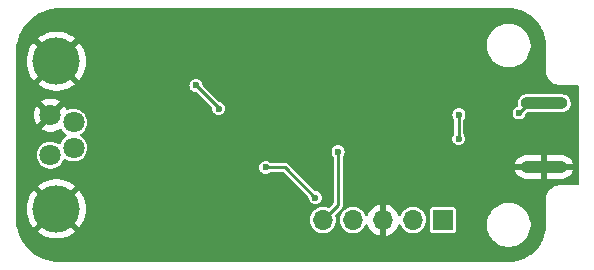
<source format=gbr>
%TF.GenerationSoftware,KiCad,Pcbnew,8.0.8*%
%TF.CreationDate,2025-02-03T14:21:18+01:00*%
%TF.ProjectId,TTS,5454532e-6b69-4636-9164-5f7063625858,rev?*%
%TF.SameCoordinates,PX2255100PY2ebae40*%
%TF.FileFunction,Copper,L2,Bot*%
%TF.FilePolarity,Positive*%
%FSLAX46Y46*%
G04 Gerber Fmt 4.6, Leading zero omitted, Abs format (unit mm)*
G04 Created by KiCad (PCBNEW 8.0.8) date 2025-02-03 14:21:18*
%MOMM*%
%LPD*%
G01*
G04 APERTURE LIST*
%TA.AperFunction,ComponentPad*%
%ADD10R,1.700000X1.700000*%
%TD*%
%TA.AperFunction,ComponentPad*%
%ADD11O,1.700000X1.700000*%
%TD*%
%TA.AperFunction,ComponentPad*%
%ADD12C,1.800000*%
%TD*%
%TA.AperFunction,ComponentPad*%
%ADD13C,4.000000*%
%TD*%
%TA.AperFunction,SMDPad,CuDef*%
%ADD14O,4.000000X1.000000*%
%TD*%
%TA.AperFunction,ViaPad*%
%ADD15C,0.600000*%
%TD*%
%TA.AperFunction,Conductor*%
%ADD16C,0.250000*%
%TD*%
G04 APERTURE END LIST*
D10*
%TO.P,J2,1,Pin_1*%
%TO.N,+3.3V*%
X135440000Y810000D03*
D11*
%TO.P,J2,2,Pin_2*%
%TO.N,SWCLK*%
X132900000Y810000D03*
%TO.P,J2,3,Pin_3*%
%TO.N,GND*%
X130360001Y810000D03*
%TO.P,J2,4,Pin_4*%
%TO.N,SWDIO*%
X127820000Y810000D03*
%TO.P,J2,5,Pin_5*%
%TO.N,NRST*%
X125280000Y810000D03*
%TD*%
D12*
%TO.P,J1,1,Pin_1*%
%TO.N,Net-(D4-A)*%
X102200000Y6300000D03*
%TO.P,J1,2,Pin_2*%
%TO.N,CAN_H*%
X104150000Y6925000D03*
%TO.P,J1,3,Pin_3*%
%TO.N,GND*%
X102200000Y9700000D03*
%TO.P,J1,4,Pin_4*%
%TO.N,CAN_L*%
X104150000Y9075000D03*
D13*
%TO.P,J1,5*%
%TO.N,GND*%
X102700000Y14250000D03*
X102700000Y1750000D03*
%TD*%
D14*
%TO.P,U2,3,GND*%
%TO.N,GND*%
X144000000Y5300000D03*
%TO.P,U2,4,SDA*%
%TO.N,/I2C_SDA*%
X144000000Y10700000D03*
%TD*%
D15*
%TO.N,+3.3V*%
X136770000Y7690000D03*
X136780000Y9730000D03*
%TO.N,GND*%
X108020000Y-390000D03*
X133785000Y14730000D03*
X121595000Y15550000D03*
X107660000Y9250000D03*
X126950000Y16010000D03*
X135225000Y14680000D03*
X119830000Y-120000D03*
X139760000Y6680000D03*
X122299883Y1117039D03*
X112130000Y5690000D03*
X124945000Y14800000D03*
X107930000Y8360000D03*
X114580000Y16770000D03*
X132295000Y14750000D03*
X120190000Y2100000D03*
X105390000Y15470000D03*
X108480000Y14590000D03*
X129600000Y13673526D03*
X121690000Y7900000D03*
X111020000Y-180000D03*
X124925000Y15575000D03*
X117410000Y7590000D03*
X121600000Y1130000D03*
X137840000Y7090000D03*
X109680000Y3220000D03*
X128728359Y16398359D03*
X122020000Y6260000D03*
X134750000Y15750000D03*
X113509382Y10960000D03*
X130470000Y10050000D03*
X136100000Y10790000D03*
%TO.N,+5V*%
X114520000Y12220000D03*
X116450000Y10240000D03*
%TO.N,/I2C_SDA*%
X141880000Y9880000D03*
%TO.N,NRST*%
X126550000Y6610000D03*
%TO.N,/CAN_Rx*%
X124624644Y2694861D03*
X120430000Y5270000D03*
%TD*%
D16*
%TO.N,+3.3V*%
X136780000Y7700000D02*
X136780000Y9730000D01*
X136770000Y7690000D02*
X136780000Y7700000D01*
%TO.N,+5V*%
X114520000Y12220000D02*
X116450000Y10290000D01*
X116450000Y10290000D02*
X116450000Y10240000D01*
%TO.N,/I2C_SDA*%
X142700000Y10700000D02*
X144000000Y10700000D01*
X141880000Y9880000D02*
X142700000Y10700000D01*
%TO.N,NRST*%
X126550000Y2080000D02*
X125280000Y810000D01*
X126550000Y6610000D02*
X126550000Y2080000D01*
%TO.N,/CAN_Rx*%
X124624644Y2694861D02*
X122049505Y5270000D01*
X122049505Y5270000D02*
X120430000Y5270000D01*
%TD*%
%TA.AperFunction,Conductor*%
%TO.N,GND*%
G36*
X140944968Y18749492D02*
G01*
X140955872Y18749494D01*
X140955874Y18749493D01*
X140996818Y18749500D01*
X141003270Y18749332D01*
X141321800Y18732695D01*
X141334675Y18731344D01*
X141646507Y18682012D01*
X141659201Y18679315D01*
X141964134Y18597666D01*
X141976479Y18593658D01*
X142271218Y18480578D01*
X142283076Y18475301D01*
X142334035Y18449348D01*
X142564387Y18332029D01*
X142575612Y18325551D01*
X142655722Y18273547D01*
X142840402Y18153661D01*
X142850902Y18146036D01*
X143096276Y17947407D01*
X143105915Y17938732D01*
X143329189Y17715536D01*
X143337870Y17705898D01*
X143536579Y17460601D01*
X143544209Y17450104D01*
X143716191Y17185374D01*
X143722676Y17174148D01*
X143766590Y17088000D01*
X143866047Y16892890D01*
X143871328Y16881034D01*
X143984510Y16586341D01*
X143988523Y16573998D01*
X144070282Y16269085D01*
X144072983Y16256390D01*
X144122422Y15944602D01*
X144123781Y15931694D01*
X144138077Y15659828D01*
X144140578Y15612284D01*
X144140749Y15605772D01*
X144140749Y13551413D01*
X144140703Y13551260D01*
X144140695Y13401656D01*
X144171440Y13207389D01*
X144232174Y13020317D01*
X144321410Y12845030D01*
X144436949Y12685850D01*
X144575941Y12546696D01*
X144575944Y12546694D01*
X144734987Y12430973D01*
X144866726Y12363713D01*
X144910161Y12341537D01*
X144910171Y12341533D01*
X145070065Y12289417D01*
X145097167Y12280583D01*
X145291401Y12249610D01*
X145291466Y12249610D01*
X145327768Y12249571D01*
X145328463Y12249501D01*
X145389766Y12249501D01*
X145433914Y12249450D01*
X145444301Y12249438D01*
X145445028Y12249501D01*
X146825500Y12249501D01*
X146892539Y12229816D01*
X146938294Y12177012D01*
X146949500Y12125501D01*
X146949500Y3874501D01*
X146929815Y3807462D01*
X146877011Y3761707D01*
X146825500Y3750501D01*
X145445022Y3750501D01*
X145444307Y3750564D01*
X145389743Y3750501D01*
X145328849Y3750501D01*
X145327641Y3750383D01*
X145291408Y3750343D01*
X145291404Y3750343D01*
X145097177Y3719371D01*
X145097174Y3719370D01*
X144910189Y3658423D01*
X144910181Y3658419D01*
X144735009Y3568985D01*
X144575971Y3453267D01*
X144436986Y3314121D01*
X144321449Y3154942D01*
X144232223Y2979676D01*
X144232220Y2979667D01*
X144171487Y2792603D01*
X144140743Y2598343D01*
X144140749Y2500002D01*
X144140749Y393307D01*
X144140578Y386795D01*
X144123830Y68302D01*
X144122471Y55394D01*
X144073031Y-256398D01*
X144070330Y-269093D01*
X143988570Y-574010D01*
X143984557Y-586353D01*
X143871373Y-881052D01*
X143866092Y-892908D01*
X143722723Y-1174164D01*
X143716231Y-1185404D01*
X143544247Y-1450133D01*
X143536616Y-1460632D01*
X143337907Y-1705929D01*
X143329221Y-1715573D01*
X143105952Y-1938763D01*
X143096305Y-1947446D01*
X142850933Y-2146072D01*
X142840431Y-2153699D01*
X142575645Y-2325587D01*
X142564403Y-2332075D01*
X142283096Y-2475345D01*
X142271238Y-2480622D01*
X141976492Y-2593705D01*
X141964147Y-2597713D01*
X141659214Y-2679362D01*
X141646518Y-2682059D01*
X141334697Y-2731390D01*
X141321789Y-2732744D01*
X141004262Y-2749328D01*
X140997775Y-2749497D01*
X140945480Y-2749489D01*
X140945374Y-2749498D01*
X103003049Y-2749498D01*
X102996965Y-2749349D01*
X102638567Y-2731743D01*
X102626456Y-2730550D01*
X102274532Y-2678347D01*
X102262597Y-2675973D01*
X101917481Y-2589526D01*
X101905837Y-2585994D01*
X101570858Y-2466136D01*
X101559629Y-2461485D01*
X101420744Y-2395797D01*
X101237995Y-2309364D01*
X101227272Y-2303631D01*
X100922118Y-2120729D01*
X100912000Y-2113969D01*
X100626230Y-1902028D01*
X100616824Y-1894308D01*
X100422650Y-1718319D01*
X100353209Y-1655381D01*
X100344618Y-1646790D01*
X100105691Y-1383175D01*
X100097971Y-1373769D01*
X100015987Y-1263226D01*
X99886028Y-1087996D01*
X99879270Y-1077881D01*
X99829153Y-994266D01*
X99696363Y-772720D01*
X99690639Y-762012D01*
X99538511Y-440363D01*
X99533867Y-429151D01*
X99414000Y-94147D01*
X99410473Y-82518D01*
X99407834Y-71981D01*
X99324023Y262611D01*
X99321652Y274533D01*
X99321032Y278712D01*
X99269448Y626459D01*
X99268256Y638569D01*
X99250649Y996968D01*
X99250500Y1003052D01*
X99250500Y1750006D01*
X100195057Y1750006D01*
X100195057Y1749995D01*
X100214807Y1436058D01*
X100214808Y1436051D01*
X100273755Y1127042D01*
X100370963Y827868D01*
X100370965Y827863D01*
X100504900Y543239D01*
X100504903Y543233D01*
X100673452Y277641D01*
X100764286Y167842D01*
X101477339Y880896D01*
X101555864Y772816D01*
X101722816Y605864D01*
X101830893Y527342D01*
X101114972Y-188579D01*
X101357780Y-364990D01*
X101357790Y-364996D01*
X101633447Y-516540D01*
X101633455Y-516544D01*
X101925926Y-632340D01*
X102230620Y-710573D01*
X102230629Y-710575D01*
X102542701Y-749999D01*
X102542715Y-750000D01*
X102857285Y-750000D01*
X102857298Y-749999D01*
X103169370Y-710575D01*
X103169379Y-710573D01*
X103474073Y-632340D01*
X103766544Y-516544D01*
X103766552Y-516540D01*
X104042203Y-365000D01*
X104042214Y-364993D01*
X104285025Y-188579D01*
X104285026Y-188579D01*
X103569105Y527341D01*
X103677184Y605864D01*
X103844136Y772816D01*
X103922659Y880895D01*
X104635712Y167842D01*
X104726544Y277636D01*
X104895096Y543233D01*
X104895099Y543239D01*
X105020629Y810001D01*
X124174785Y810001D01*
X124174785Y810000D01*
X124193602Y606918D01*
X124249417Y410753D01*
X124249422Y410740D01*
X124340327Y228179D01*
X124463237Y65419D01*
X124613958Y-71980D01*
X124613960Y-71982D01*
X124713141Y-133392D01*
X124787363Y-179348D01*
X124977544Y-253024D01*
X125178024Y-290500D01*
X125178026Y-290500D01*
X125381974Y-290500D01*
X125381976Y-290500D01*
X125582456Y-253024D01*
X125772637Y-179348D01*
X125946041Y-71981D01*
X126096764Y65421D01*
X126219673Y228179D01*
X126310582Y410750D01*
X126366397Y606917D01*
X126385215Y810000D01*
X126385215Y810001D01*
X126714785Y810001D01*
X126714785Y810000D01*
X126733602Y606918D01*
X126789417Y410753D01*
X126789422Y410740D01*
X126880327Y228179D01*
X127003237Y65419D01*
X127153958Y-71980D01*
X127153960Y-71982D01*
X127253141Y-133392D01*
X127327363Y-179348D01*
X127517544Y-253024D01*
X127718024Y-290500D01*
X127718026Y-290500D01*
X127921974Y-290500D01*
X127921976Y-290500D01*
X128122456Y-253024D01*
X128312637Y-179348D01*
X128486041Y-71981D01*
X128636764Y65421D01*
X128759673Y228179D01*
X128846818Y403192D01*
X128894319Y454426D01*
X128961982Y471848D01*
X129028322Y449923D01*
X129072278Y395612D01*
X129077591Y380014D01*
X129086566Y346520D01*
X129086571Y346508D01*
X129186400Y132422D01*
X129321895Y-61082D01*
X129488918Y-228105D01*
X129682422Y-363600D01*
X129896508Y-463429D01*
X129896517Y-463433D01*
X130110001Y-520634D01*
X130110001Y376988D01*
X130167008Y344075D01*
X130294175Y310000D01*
X130425827Y310000D01*
X130552994Y344075D01*
X130610001Y376988D01*
X130610001Y-520633D01*
X130823484Y-463433D01*
X130823493Y-463429D01*
X131037579Y-363600D01*
X131231083Y-228105D01*
X131398106Y-61082D01*
X131533601Y132422D01*
X131633430Y346508D01*
X131633435Y346519D01*
X131642408Y380008D01*
X131678772Y439669D01*
X131741618Y470199D01*
X131810994Y461905D01*
X131864872Y417421D01*
X131873183Y403188D01*
X131960327Y228179D01*
X132083237Y65419D01*
X132233958Y-71980D01*
X132233960Y-71982D01*
X132333141Y-133392D01*
X132407363Y-179348D01*
X132597544Y-253024D01*
X132798024Y-290500D01*
X132798026Y-290500D01*
X133001974Y-290500D01*
X133001976Y-290500D01*
X133202456Y-253024D01*
X133392637Y-179348D01*
X133566041Y-71981D01*
X133716764Y65421D01*
X133839673Y228179D01*
X133930582Y410750D01*
X133986397Y606917D01*
X134005215Y810000D01*
X133999115Y875826D01*
X133986397Y1013083D01*
X133977552Y1044170D01*
X133930582Y1209250D01*
X133930159Y1210099D01*
X133839673Y1391820D01*
X133839673Y1391821D01*
X133716764Y1554579D01*
X133716762Y1554582D01*
X133574051Y1684679D01*
X134339500Y1684679D01*
X134339500Y-64678D01*
X134354032Y-137735D01*
X134354033Y-137739D01*
X134354034Y-137740D01*
X134409399Y-220601D01*
X134481974Y-269093D01*
X134492260Y-275966D01*
X134492264Y-275967D01*
X134565321Y-290499D01*
X134565324Y-290500D01*
X134565326Y-290500D01*
X136314676Y-290500D01*
X136314677Y-290499D01*
X136387740Y-275966D01*
X136470601Y-220601D01*
X136525966Y-137740D01*
X136540500Y-64674D01*
X136540500Y521289D01*
X139149500Y521289D01*
X139149500Y278712D01*
X139181161Y38215D01*
X139243947Y-196104D01*
X139313905Y-364996D01*
X139336776Y-420212D01*
X139458064Y-630289D01*
X139458066Y-630292D01*
X139458067Y-630293D01*
X139605733Y-822736D01*
X139605739Y-822743D01*
X139777256Y-994260D01*
X139777262Y-994265D01*
X139969711Y-1141936D01*
X140179788Y-1263224D01*
X140403900Y-1356054D01*
X140638211Y-1418838D01*
X140818586Y-1442584D01*
X140878711Y-1450500D01*
X140878712Y-1450500D01*
X141121289Y-1450500D01*
X141169388Y-1444167D01*
X141361789Y-1418838D01*
X141596100Y-1356054D01*
X141820212Y-1263224D01*
X142030289Y-1141936D01*
X142222738Y-994265D01*
X142394265Y-822738D01*
X142541936Y-630289D01*
X142663224Y-420212D01*
X142756054Y-196100D01*
X142818838Y38211D01*
X142850500Y278712D01*
X142850500Y521288D01*
X142818838Y761789D01*
X142756054Y996100D01*
X142755694Y996968D01*
X142683989Y1170081D01*
X142663224Y1220212D01*
X142541936Y1430289D01*
X142394265Y1622738D01*
X142394260Y1622744D01*
X142222743Y1794261D01*
X142222736Y1794267D01*
X142030293Y1941933D01*
X142030292Y1941934D01*
X142030289Y1941936D01*
X141820212Y2063224D01*
X141818476Y2063943D01*
X141596104Y2156053D01*
X141379848Y2213999D01*
X141361789Y2218838D01*
X141361788Y2218839D01*
X141361785Y2218839D01*
X141121289Y2250500D01*
X141121288Y2250500D01*
X140878712Y2250500D01*
X140878711Y2250500D01*
X140638214Y2218839D01*
X140403895Y2156053D01*
X140179794Y2063227D01*
X140179785Y2063223D01*
X139969706Y1941933D01*
X139777263Y1794267D01*
X139777256Y1794261D01*
X139605739Y1622744D01*
X139605733Y1622737D01*
X139458067Y1430294D01*
X139336777Y1220215D01*
X139336773Y1220206D01*
X139243947Y996105D01*
X139181161Y761786D01*
X139149500Y521289D01*
X136540500Y521289D01*
X136540500Y1684674D01*
X136540500Y1684677D01*
X136540499Y1684679D01*
X136525967Y1757736D01*
X136525966Y1757740D01*
X136470601Y1840601D01*
X136387740Y1895966D01*
X136387739Y1895967D01*
X136387735Y1895968D01*
X136314677Y1910500D01*
X136314674Y1910500D01*
X134565326Y1910500D01*
X134565323Y1910500D01*
X134492264Y1895968D01*
X134492260Y1895967D01*
X134409399Y1840601D01*
X134354033Y1757740D01*
X134354032Y1757736D01*
X134339500Y1684679D01*
X133574051Y1684679D01*
X133566041Y1691981D01*
X133566039Y1691983D01*
X133392642Y1799345D01*
X133392635Y1799349D01*
X133266769Y1848109D01*
X133202456Y1873024D01*
X133001976Y1910500D01*
X132798024Y1910500D01*
X132597544Y1873024D01*
X132597541Y1873024D01*
X132597541Y1873023D01*
X132407364Y1799349D01*
X132407357Y1799345D01*
X132233960Y1691983D01*
X132233958Y1691981D01*
X132083237Y1554582D01*
X131960327Y1391822D01*
X131873183Y1216813D01*
X131825680Y1165576D01*
X131758017Y1148155D01*
X131691677Y1170081D01*
X131647722Y1224392D01*
X131642408Y1239993D01*
X131633435Y1273482D01*
X131633430Y1273493D01*
X131533601Y1487578D01*
X131533600Y1487580D01*
X131398114Y1681074D01*
X131398109Y1681080D01*
X131231083Y1848106D01*
X131037579Y1983601D01*
X130823493Y2083430D01*
X130823487Y2083433D01*
X130610001Y2140636D01*
X130610001Y1243012D01*
X130552994Y1275925D01*
X130425827Y1310000D01*
X130294175Y1310000D01*
X130167008Y1275925D01*
X130110001Y1243012D01*
X130110001Y2140636D01*
X130110000Y2140636D01*
X129896514Y2083433D01*
X129896508Y2083430D01*
X129682423Y1983601D01*
X129682421Y1983600D01*
X129488927Y1848114D01*
X129488921Y1848109D01*
X129321892Y1681080D01*
X129321887Y1681074D01*
X129186401Y1487580D01*
X129186400Y1487578D01*
X129086571Y1273493D01*
X129086567Y1273483D01*
X129077591Y1239986D01*
X129041225Y1180327D01*
X128978377Y1149799D01*
X128909001Y1158096D01*
X128855125Y1202583D01*
X128846817Y1216812D01*
X128759673Y1391820D01*
X128759673Y1391821D01*
X128636764Y1554579D01*
X128636762Y1554582D01*
X128486041Y1691981D01*
X128486039Y1691983D01*
X128312642Y1799345D01*
X128312635Y1799349D01*
X128186769Y1848109D01*
X128122456Y1873024D01*
X127921976Y1910500D01*
X127718024Y1910500D01*
X127517544Y1873024D01*
X127517541Y1873024D01*
X127517541Y1873023D01*
X127327364Y1799349D01*
X127327357Y1799345D01*
X127153960Y1691983D01*
X127153958Y1691981D01*
X127003237Y1554582D01*
X126880327Y1391822D01*
X126789422Y1209261D01*
X126789417Y1209248D01*
X126733602Y1013083D01*
X126714785Y810001D01*
X126385215Y810001D01*
X126379115Y875826D01*
X126366397Y1013083D01*
X126327497Y1149799D01*
X126310582Y1209250D01*
X126310581Y1209252D01*
X126309013Y1214763D01*
X126310994Y1215327D01*
X126305902Y1275826D01*
X126338614Y1337565D01*
X126339622Y1338587D01*
X126850474Y1849437D01*
X126864092Y1873024D01*
X126899910Y1935062D01*
X126925500Y2030565D01*
X126925500Y5050000D01*
X141530138Y5050000D01*
X141538430Y5008310D01*
X141538430Y5008308D01*
X141613807Y4826329D01*
X141613814Y4826316D01*
X141723248Y4662538D01*
X141723251Y4662534D01*
X141862533Y4523252D01*
X141862537Y4523249D01*
X142026315Y4413815D01*
X142026328Y4413808D01*
X142208306Y4338431D01*
X142208318Y4338428D01*
X142401504Y4300001D01*
X142401508Y4300000D01*
X143750000Y4300000D01*
X144250000Y4300000D01*
X145598492Y4300000D01*
X145598495Y4300001D01*
X145791681Y4338428D01*
X145791693Y4338431D01*
X145973671Y4413808D01*
X145973684Y4413815D01*
X146137462Y4523249D01*
X146137466Y4523252D01*
X146276748Y4662534D01*
X146276751Y4662538D01*
X146386185Y4826316D01*
X146386192Y4826329D01*
X146461569Y5008308D01*
X146461569Y5008310D01*
X146469862Y5050000D01*
X144250000Y5050000D01*
X144250000Y4300000D01*
X143750000Y4300000D01*
X143750000Y5050000D01*
X141530138Y5050000D01*
X126925500Y5050000D01*
X126925500Y5550000D01*
X141530138Y5550000D01*
X143750000Y5550000D01*
X144250000Y5550000D01*
X146469862Y5550000D01*
X146461569Y5591691D01*
X146461569Y5591693D01*
X146386192Y5773672D01*
X146386185Y5773685D01*
X146276751Y5937463D01*
X146276748Y5937467D01*
X146137466Y6076749D01*
X146137462Y6076752D01*
X145973684Y6186186D01*
X145973671Y6186193D01*
X145791693Y6261570D01*
X145791681Y6261573D01*
X145598495Y6300000D01*
X144250000Y6300000D01*
X144250000Y5550000D01*
X143750000Y5550000D01*
X143750000Y6300000D01*
X142401504Y6300000D01*
X142208318Y6261573D01*
X142208306Y6261570D01*
X142026328Y6186193D01*
X142026315Y6186186D01*
X141862537Y6076752D01*
X141862533Y6076749D01*
X141723251Y5937467D01*
X141723248Y5937463D01*
X141613814Y5773685D01*
X141613807Y5773672D01*
X141538430Y5591693D01*
X141538430Y5591691D01*
X141530138Y5550000D01*
X126925500Y5550000D01*
X126925500Y6152974D01*
X126945185Y6220013D01*
X126951117Y6228453D01*
X127030861Y6332375D01*
X127086330Y6466291D01*
X127105250Y6610000D01*
X127086330Y6753709D01*
X127030861Y6887625D01*
X126942621Y7002621D01*
X126827625Y7090861D01*
X126827624Y7090862D01*
X126827622Y7090863D01*
X126693712Y7146329D01*
X126693710Y7146330D01*
X126693709Y7146330D01*
X126621854Y7155790D01*
X126550001Y7165250D01*
X126549999Y7165250D01*
X126406291Y7146330D01*
X126406287Y7146329D01*
X126272377Y7090863D01*
X126157379Y7002621D01*
X126069137Y6887623D01*
X126013671Y6753713D01*
X126013670Y6753709D01*
X125994750Y6610000D01*
X126008230Y6507608D01*
X126013670Y6466292D01*
X126013671Y6466288D01*
X126069137Y6332378D01*
X126069138Y6332376D01*
X126069139Y6332375D01*
X126148876Y6228460D01*
X126174070Y6163291D01*
X126174500Y6152974D01*
X126174500Y2286900D01*
X126154815Y2219861D01*
X126138181Y2199219D01*
X125805028Y1866067D01*
X125743705Y1832582D01*
X125674013Y1837566D01*
X125672554Y1838121D01*
X125582461Y1873023D01*
X125582456Y1873024D01*
X125381976Y1910500D01*
X125178024Y1910500D01*
X124977544Y1873024D01*
X124977541Y1873024D01*
X124977541Y1873023D01*
X124787364Y1799349D01*
X124787357Y1799345D01*
X124613960Y1691983D01*
X124613958Y1691981D01*
X124463237Y1554582D01*
X124340327Y1391822D01*
X124249422Y1209261D01*
X124249417Y1209248D01*
X124193602Y1013083D01*
X124174785Y810001D01*
X105020629Y810001D01*
X105029034Y827863D01*
X105029036Y827868D01*
X105126244Y1127042D01*
X105185191Y1436051D01*
X105185192Y1436058D01*
X105204943Y1749995D01*
X105204943Y1750006D01*
X105185192Y2063943D01*
X105185191Y2063950D01*
X105126244Y2372959D01*
X105029036Y2672133D01*
X105029034Y2672138D01*
X104895099Y2956762D01*
X104895096Y2956768D01*
X104726544Y3222365D01*
X104635712Y3332161D01*
X103922658Y2619107D01*
X103844136Y2727184D01*
X103677184Y2894136D01*
X103569105Y2972660D01*
X104285026Y3688581D01*
X104042219Y3864991D01*
X104042209Y3864997D01*
X103766552Y4016541D01*
X103766544Y4016545D01*
X103474073Y4132341D01*
X103169379Y4210574D01*
X103169370Y4210576D01*
X102857298Y4250000D01*
X102542701Y4250000D01*
X102230629Y4210576D01*
X102230620Y4210574D01*
X101925926Y4132341D01*
X101633455Y4016545D01*
X101633447Y4016541D01*
X101357790Y3864997D01*
X101357772Y3864986D01*
X101114973Y3688583D01*
X101114972Y3688581D01*
X101830894Y2972660D01*
X101722816Y2894136D01*
X101555864Y2727184D01*
X101477340Y2619107D01*
X100764286Y3332161D01*
X100673460Y3222372D01*
X100673457Y3222368D01*
X100504903Y2956768D01*
X100504900Y2956762D01*
X100370965Y2672138D01*
X100370963Y2672133D01*
X100273755Y2372959D01*
X100214808Y2063950D01*
X100214807Y2063943D01*
X100195057Y1750006D01*
X99250500Y1750006D01*
X99250500Y9700006D01*
X100795202Y9700006D01*
X100795202Y9699995D01*
X100814361Y9468782D01*
X100871317Y9243865D01*
X100964516Y9031391D01*
X101048811Y8902367D01*
X101598957Y9452513D01*
X101623978Y9392110D01*
X101695112Y9285649D01*
X101785649Y9195112D01*
X101892110Y9123978D01*
X101952511Y9098959D01*
X101401201Y8547649D01*
X101431649Y8523950D01*
X101635697Y8413524D01*
X101635706Y8413521D01*
X101855139Y8338189D01*
X102083993Y8300000D01*
X102316007Y8300000D01*
X102544860Y8338189D01*
X102764293Y8413521D01*
X102764302Y8413524D01*
X102968352Y8523951D01*
X102971825Y8526654D01*
X103036815Y8552306D01*
X103105357Y8538748D01*
X103155688Y8490286D01*
X103159000Y8484084D01*
X103167633Y8466747D01*
X103167635Y8466743D01*
X103207825Y8413524D01*
X103296128Y8296593D01*
X103453698Y8152948D01*
X103453700Y8152947D01*
X103453702Y8152945D01*
X103530446Y8105426D01*
X103577081Y8053398D01*
X103588185Y7984416D01*
X103560231Y7920382D01*
X103530446Y7894574D01*
X103453702Y7847056D01*
X103296127Y7703407D01*
X103167632Y7533254D01*
X103072596Y7342395D01*
X103072595Y7342391D01*
X103062013Y7305201D01*
X103024732Y7246109D01*
X102961422Y7216553D01*
X102892182Y7225917D01*
X102877473Y7233711D01*
X102715019Y7334298D01*
X102715017Y7334299D01*
X102615608Y7372810D01*
X102516198Y7411321D01*
X102306610Y7450500D01*
X102093390Y7450500D01*
X101883802Y7411321D01*
X101883799Y7411321D01*
X101883799Y7411320D01*
X101684982Y7334299D01*
X101684980Y7334298D01*
X101503699Y7222053D01*
X101346127Y7078407D01*
X101217632Y6908254D01*
X101122596Y6717395D01*
X101122596Y6717393D01*
X101064244Y6512311D01*
X101044571Y6300001D01*
X101044571Y6300000D01*
X101064244Y6087690D01*
X101122596Y5882608D01*
X101122596Y5882606D01*
X101217632Y5691747D01*
X101309214Y5570474D01*
X101346128Y5521593D01*
X101503698Y5377948D01*
X101684981Y5265702D01*
X101883802Y5188679D01*
X102093390Y5149500D01*
X102093392Y5149500D01*
X102306608Y5149500D01*
X102306610Y5149500D01*
X102516198Y5188679D01*
X102715019Y5265702D01*
X102721960Y5270000D01*
X119874750Y5270000D01*
X119890614Y5149500D01*
X119893670Y5126292D01*
X119893671Y5126288D01*
X119949137Y4992378D01*
X119949138Y4992376D01*
X119949139Y4992375D01*
X120037379Y4877379D01*
X120152375Y4789139D01*
X120286291Y4733670D01*
X120413280Y4716952D01*
X120429999Y4714750D01*
X120430000Y4714750D01*
X120430001Y4714750D01*
X120444977Y4716722D01*
X120573709Y4733670D01*
X120707625Y4789139D01*
X120811540Y4868877D01*
X120876709Y4894070D01*
X120887026Y4894500D01*
X121842606Y4894500D01*
X121909645Y4874815D01*
X121930287Y4858181D01*
X124035958Y2752510D01*
X124069443Y2691187D01*
X124071216Y2681016D01*
X124088314Y2551153D01*
X124088315Y2551149D01*
X124143781Y2417239D01*
X124143782Y2417237D01*
X124143783Y2417236D01*
X124232023Y2302240D01*
X124347019Y2214000D01*
X124480935Y2158531D01*
X124607924Y2141813D01*
X124624643Y2139611D01*
X124624644Y2139611D01*
X124624645Y2139611D01*
X124639621Y2141583D01*
X124768353Y2158531D01*
X124902269Y2214000D01*
X125017265Y2302240D01*
X125105505Y2417236D01*
X125160974Y2551152D01*
X125179894Y2694861D01*
X125160974Y2838570D01*
X125105505Y2972486D01*
X125017265Y3087482D01*
X124902269Y3175722D01*
X124902268Y3175723D01*
X124902266Y3175724D01*
X124768356Y3231190D01*
X124768354Y3231191D01*
X124768353Y3231191D01*
X124749234Y3233709D01*
X124638489Y3248289D01*
X124574593Y3276556D01*
X124566995Y3283547D01*
X122280068Y5570474D01*
X122280067Y5570475D01*
X122194443Y5619910D01*
X122146691Y5632705D01*
X122146689Y5632706D01*
X122146687Y5632707D01*
X122098941Y5645500D01*
X122098940Y5645500D01*
X120887026Y5645500D01*
X120819987Y5665185D01*
X120811547Y5671118D01*
X120707625Y5750861D01*
X120707624Y5750862D01*
X120707622Y5750863D01*
X120573712Y5806329D01*
X120573710Y5806330D01*
X120573709Y5806330D01*
X120501854Y5815790D01*
X120430001Y5825250D01*
X120429999Y5825250D01*
X120286291Y5806330D01*
X120286287Y5806329D01*
X120152377Y5750863D01*
X120037379Y5662621D01*
X119949137Y5547623D01*
X119893671Y5413713D01*
X119893670Y5413709D01*
X119874750Y5270000D01*
X102721960Y5270000D01*
X102896302Y5377948D01*
X103053872Y5521593D01*
X103182366Y5691745D01*
X103211803Y5750863D01*
X103277403Y5882606D01*
X103277403Y5882608D01*
X103277405Y5882611D01*
X103287985Y5919797D01*
X103325264Y5978890D01*
X103388574Y6008447D01*
X103457813Y5999085D01*
X103472521Y5991294D01*
X103634981Y5890702D01*
X103833802Y5813679D01*
X104043390Y5774500D01*
X104043392Y5774500D01*
X104256608Y5774500D01*
X104256610Y5774500D01*
X104466198Y5813679D01*
X104665019Y5890702D01*
X104846302Y6002948D01*
X105003872Y6146593D01*
X105132366Y6316745D01*
X105206829Y6466288D01*
X105227403Y6507606D01*
X105227403Y6507607D01*
X105227405Y6507611D01*
X105285756Y6712690D01*
X105305429Y6925000D01*
X105285756Y7137310D01*
X105227405Y7342389D01*
X105227403Y7342394D01*
X105227403Y7342395D01*
X105132367Y7533254D01*
X105013996Y7690001D01*
X136214750Y7690001D01*
X136214750Y7690000D01*
X136233670Y7546292D01*
X136233671Y7546288D01*
X136289137Y7412378D01*
X136289138Y7412376D01*
X136289139Y7412375D01*
X136377379Y7297379D01*
X136492375Y7209139D01*
X136626291Y7153670D01*
X136750548Y7137311D01*
X136769999Y7134750D01*
X136770000Y7134750D01*
X136770001Y7134750D01*
X136784977Y7136722D01*
X136913709Y7153670D01*
X137047625Y7209139D01*
X137162621Y7297379D01*
X137250861Y7412375D01*
X137306330Y7546291D01*
X137325250Y7690000D01*
X137306330Y7833709D01*
X137250861Y7967625D01*
X137181124Y8058508D01*
X137155930Y8123677D01*
X137155500Y8133994D01*
X137155500Y9272974D01*
X137175185Y9340013D01*
X137181117Y9348453D01*
X137260861Y9452375D01*
X137316330Y9586291D01*
X137335250Y9730000D01*
X137334421Y9736293D01*
X137330771Y9764019D01*
X137316330Y9873709D01*
X137313724Y9880000D01*
X141324750Y9880000D01*
X141340019Y9764019D01*
X141343670Y9736292D01*
X141343671Y9736288D01*
X141399137Y9602378D01*
X141399138Y9602376D01*
X141399139Y9602375D01*
X141487379Y9487379D01*
X141602375Y9399139D01*
X141736291Y9343670D01*
X141863280Y9326952D01*
X141879999Y9324750D01*
X141880000Y9324750D01*
X141880001Y9324750D01*
X141894977Y9326722D01*
X142023709Y9343670D01*
X142157625Y9399139D01*
X142272621Y9487379D01*
X142360861Y9602375D01*
X142416330Y9736291D01*
X142430206Y9841686D01*
X142458473Y9905582D01*
X142516798Y9944053D01*
X142553145Y9949500D01*
X145573920Y9949500D01*
X145671462Y9968904D01*
X145718913Y9978342D01*
X145855495Y10034916D01*
X145978416Y10117049D01*
X146082951Y10221584D01*
X146165084Y10344505D01*
X146221658Y10481087D01*
X146232812Y10537161D01*
X146250500Y10626080D01*
X146250500Y10773921D01*
X146221659Y10918908D01*
X146221658Y10918909D01*
X146221658Y10918913D01*
X146193671Y10986480D01*
X146165087Y11055489D01*
X146165080Y11055502D01*
X146082951Y11178416D01*
X146082948Y11178420D01*
X145978419Y11282949D01*
X145978415Y11282952D01*
X145855501Y11365081D01*
X145855488Y11365088D01*
X145718917Y11421657D01*
X145718907Y11421660D01*
X145573920Y11450500D01*
X145573918Y11450500D01*
X142426082Y11450500D01*
X142426080Y11450500D01*
X142281092Y11421660D01*
X142281082Y11421657D01*
X142144511Y11365088D01*
X142144498Y11365081D01*
X142021584Y11282952D01*
X142021580Y11282949D01*
X141917051Y11178420D01*
X141917048Y11178416D01*
X141834919Y11055502D01*
X141834912Y11055489D01*
X141778343Y10918918D01*
X141778340Y10918908D01*
X141749500Y10773921D01*
X141749500Y10626078D01*
X141767187Y10537161D01*
X141760960Y10467570D01*
X141718097Y10412392D01*
X141693023Y10398409D01*
X141602377Y10360862D01*
X141602375Y10360861D01*
X141581069Y10344512D01*
X141487379Y10272621D01*
X141399137Y10157623D01*
X141343671Y10023713D01*
X141343670Y10023709D01*
X141324750Y9880000D01*
X137313724Y9880000D01*
X137272989Y9978344D01*
X137260862Y10007623D01*
X137260861Y10007624D01*
X137260861Y10007625D01*
X137172621Y10122621D01*
X137057625Y10210861D01*
X137057624Y10210862D01*
X137057622Y10210863D01*
X136923712Y10266329D01*
X136923710Y10266330D01*
X136923709Y10266330D01*
X136850092Y10276022D01*
X136780001Y10285250D01*
X136779999Y10285250D01*
X136636291Y10266330D01*
X136636287Y10266329D01*
X136502377Y10210863D01*
X136387379Y10122621D01*
X136299137Y10007623D01*
X136243671Y9873713D01*
X136243670Y9873709D01*
X136225579Y9736293D01*
X136224750Y9730000D01*
X136241552Y9602375D01*
X136243670Y9586292D01*
X136243671Y9586288D01*
X136299137Y9452378D01*
X136299138Y9452376D01*
X136299139Y9452375D01*
X136378876Y9348460D01*
X136404070Y9283291D01*
X136404500Y9272974D01*
X136404500Y8160058D01*
X136384815Y8093019D01*
X136378876Y8084571D01*
X136377380Y8082623D01*
X136377379Y8082621D01*
X136325938Y8015582D01*
X136289137Y7967623D01*
X136233671Y7833713D01*
X136233670Y7833709D01*
X136214750Y7690001D01*
X105013996Y7690001D01*
X105003872Y7703407D01*
X104860938Y7833709D01*
X104846302Y7847052D01*
X104846299Y7847054D01*
X104846298Y7847055D01*
X104769553Y7894573D01*
X104722917Y7946601D01*
X104711813Y8015582D01*
X104739766Y8079617D01*
X104769553Y8105427D01*
X104846302Y8152948D01*
X105003872Y8296593D01*
X105132366Y8466745D01*
X105144088Y8490286D01*
X105227403Y8657606D01*
X105227403Y8657607D01*
X105227405Y8657611D01*
X105285756Y8862690D01*
X105305429Y9075000D01*
X105285756Y9287310D01*
X105227405Y9492389D01*
X105227403Y9492394D01*
X105227403Y9492395D01*
X105132367Y9683254D01*
X105003872Y9853407D01*
X104981602Y9873709D01*
X104846302Y9997052D01*
X104665019Y10109298D01*
X104665017Y10109299D01*
X104540277Y10157623D01*
X104466198Y10186321D01*
X104256610Y10225500D01*
X104043390Y10225500D01*
X103833802Y10186321D01*
X103833799Y10186321D01*
X103833799Y10186320D01*
X103672356Y10123777D01*
X103602732Y10117915D01*
X103540992Y10150625D01*
X103514006Y10189594D01*
X103435483Y10368610D01*
X103351186Y10497636D01*
X102801041Y9947490D01*
X102776022Y10007890D01*
X102704888Y10114351D01*
X102614351Y10204888D01*
X102507890Y10276022D01*
X102447487Y10301042D01*
X102998797Y10852353D01*
X102998797Y10852355D01*
X102968360Y10876045D01*
X102968354Y10876049D01*
X102764302Y10986477D01*
X102764293Y10986480D01*
X102544860Y11061812D01*
X102316007Y11100000D01*
X102083993Y11100000D01*
X101855139Y11061812D01*
X101635706Y10986480D01*
X101635697Y10986477D01*
X101431650Y10876051D01*
X101401200Y10852353D01*
X101952511Y10301042D01*
X101892110Y10276022D01*
X101785649Y10204888D01*
X101695112Y10114351D01*
X101623978Y10007890D01*
X101598958Y9947489D01*
X101048812Y10497635D01*
X100964516Y10368609D01*
X100964514Y10368605D01*
X100871317Y10156136D01*
X100814361Y9931219D01*
X100795202Y9700006D01*
X99250500Y9700006D01*
X99250500Y14250006D01*
X100195057Y14250006D01*
X100195057Y14249995D01*
X100214807Y13936058D01*
X100214808Y13936051D01*
X100273755Y13627042D01*
X100370963Y13327868D01*
X100370965Y13327863D01*
X100504900Y13043239D01*
X100504903Y13043233D01*
X100673452Y12777641D01*
X100764286Y12667842D01*
X101477339Y13380896D01*
X101555864Y13272816D01*
X101722816Y13105864D01*
X101830893Y13027342D01*
X101114972Y12311421D01*
X101357780Y12135010D01*
X101357790Y12135004D01*
X101633447Y11983460D01*
X101633455Y11983456D01*
X101925926Y11867660D01*
X102230620Y11789427D01*
X102230629Y11789425D01*
X102542701Y11750001D01*
X102542715Y11750000D01*
X102857285Y11750000D01*
X102857298Y11750001D01*
X103169370Y11789425D01*
X103169379Y11789427D01*
X103474073Y11867660D01*
X103766544Y11983456D01*
X103766552Y11983460D01*
X104042203Y12135000D01*
X104042214Y12135007D01*
X104159197Y12220001D01*
X113964750Y12220001D01*
X113964750Y12220000D01*
X113983670Y12076292D01*
X113983671Y12076288D01*
X114039137Y11942378D01*
X114039138Y11942376D01*
X114039139Y11942375D01*
X114127379Y11827379D01*
X114242375Y11739139D01*
X114376291Y11683670D01*
X114506153Y11666573D01*
X114570048Y11638308D01*
X114577647Y11631316D01*
X115860143Y10348820D01*
X115893628Y10287497D01*
X115895403Y10244965D01*
X115894750Y10240002D01*
X115894750Y10240000D01*
X115911957Y10109299D01*
X115913670Y10096292D01*
X115913671Y10096288D01*
X115969137Y9962378D01*
X115969138Y9962376D01*
X115969139Y9962375D01*
X116057379Y9847379D01*
X116172375Y9759139D01*
X116306291Y9703670D01*
X116433280Y9686952D01*
X116449999Y9684750D01*
X116450000Y9684750D01*
X116450001Y9684750D01*
X116464977Y9686722D01*
X116593709Y9703670D01*
X116727625Y9759139D01*
X116842621Y9847379D01*
X116930861Y9962375D01*
X116986330Y10096291D01*
X117005250Y10240000D01*
X116986330Y10383709D01*
X116930861Y10517625D01*
X116842621Y10632621D01*
X116727625Y10720861D01*
X116727624Y10720862D01*
X116727622Y10720863D01*
X116593710Y10776330D01*
X116521426Y10785847D01*
X116457530Y10814114D01*
X116449932Y10821105D01*
X115108684Y12162353D01*
X115075199Y12223676D01*
X115073428Y12233833D01*
X115056330Y12363709D01*
X115000861Y12497625D01*
X114912621Y12612621D01*
X114797625Y12700861D01*
X114797624Y12700862D01*
X114797622Y12700863D01*
X114663712Y12756329D01*
X114663710Y12756330D01*
X114663709Y12756330D01*
X114591854Y12765790D01*
X114520001Y12775250D01*
X114519999Y12775250D01*
X114376291Y12756330D01*
X114376287Y12756329D01*
X114242377Y12700863D01*
X114127379Y12612621D01*
X114039137Y12497623D01*
X113983671Y12363713D01*
X113983670Y12363709D01*
X113964750Y12220001D01*
X104159197Y12220001D01*
X104285025Y12311421D01*
X104285026Y12311421D01*
X103569105Y13027341D01*
X103677184Y13105864D01*
X103844136Y13272816D01*
X103922659Y13380895D01*
X104635712Y12667842D01*
X104726544Y12777636D01*
X104895096Y13043233D01*
X104895099Y13043239D01*
X105029034Y13327863D01*
X105029036Y13327868D01*
X105126244Y13627042D01*
X105185191Y13936051D01*
X105185192Y13936058D01*
X105204943Y14249995D01*
X105204943Y14250006D01*
X105185192Y14563943D01*
X105185191Y14563950D01*
X105126244Y14872959D01*
X105029036Y15172133D01*
X105029034Y15172138D01*
X104895099Y15456762D01*
X104895096Y15456768D01*
X104727227Y15721289D01*
X139149500Y15721289D01*
X139149500Y15478712D01*
X139181161Y15238215D01*
X139243947Y15003896D01*
X139245561Y15000000D01*
X139336776Y14779788D01*
X139458064Y14569711D01*
X139458066Y14569708D01*
X139458067Y14569707D01*
X139605733Y14377264D01*
X139605739Y14377257D01*
X139777256Y14205740D01*
X139777262Y14205735D01*
X139969711Y14058064D01*
X140179788Y13936776D01*
X140403900Y13843946D01*
X140638211Y13781162D01*
X140818586Y13757416D01*
X140878711Y13749500D01*
X140878712Y13749500D01*
X141121289Y13749500D01*
X141169388Y13755833D01*
X141361789Y13781162D01*
X141596100Y13843946D01*
X141820212Y13936776D01*
X142030289Y14058064D01*
X142222738Y14205735D01*
X142394265Y14377262D01*
X142541936Y14569711D01*
X142663224Y14779788D01*
X142756054Y15003900D01*
X142818838Y15238211D01*
X142850500Y15478712D01*
X142850500Y15721288D01*
X142848378Y15737403D01*
X142841596Y15788920D01*
X142818838Y15961789D01*
X142756054Y16196100D01*
X142663224Y16420212D01*
X142541936Y16630289D01*
X142394265Y16822738D01*
X142394260Y16822744D01*
X142222743Y16994261D01*
X142222736Y16994267D01*
X142030293Y17141933D01*
X142030292Y17141934D01*
X142030289Y17141936D01*
X141820212Y17263224D01*
X141820205Y17263227D01*
X141596104Y17356053D01*
X141361785Y17418839D01*
X141121289Y17450500D01*
X141121288Y17450500D01*
X140878712Y17450500D01*
X140878711Y17450500D01*
X140638214Y17418839D01*
X140403895Y17356053D01*
X140179794Y17263227D01*
X140179785Y17263223D01*
X139969706Y17141933D01*
X139777263Y16994267D01*
X139777256Y16994261D01*
X139605739Y16822744D01*
X139605733Y16822737D01*
X139458067Y16630294D01*
X139336777Y16420215D01*
X139336773Y16420206D01*
X139243947Y16196105D01*
X139181161Y15961786D01*
X139149500Y15721289D01*
X104727227Y15721289D01*
X104726544Y15722365D01*
X104635712Y15832161D01*
X103922658Y15119107D01*
X103844136Y15227184D01*
X103677184Y15394136D01*
X103569105Y15472660D01*
X104285026Y16188581D01*
X104042219Y16364991D01*
X104042209Y16364997D01*
X103766552Y16516541D01*
X103766544Y16516545D01*
X103474073Y16632341D01*
X103169379Y16710574D01*
X103169370Y16710576D01*
X102857298Y16750000D01*
X102542701Y16750000D01*
X102230629Y16710576D01*
X102230620Y16710574D01*
X101925926Y16632341D01*
X101633455Y16516545D01*
X101633447Y16516541D01*
X101357790Y16364997D01*
X101357772Y16364986D01*
X101114973Y16188583D01*
X101114972Y16188581D01*
X101830894Y15472660D01*
X101722816Y15394136D01*
X101555864Y15227184D01*
X101477340Y15119107D01*
X100764286Y15832161D01*
X100673460Y15722372D01*
X100673457Y15722368D01*
X100504903Y15456768D01*
X100504900Y15456762D01*
X100370965Y15172138D01*
X100370963Y15172133D01*
X100273755Y14872959D01*
X100214808Y14563950D01*
X100214807Y14563943D01*
X100195057Y14250006D01*
X99250500Y14250006D01*
X99250500Y14996949D01*
X99250649Y15003033D01*
X99268256Y15361432D01*
X99269449Y15373543D01*
X99272504Y15394136D01*
X99321654Y15725480D01*
X99324022Y15737387D01*
X99410475Y16082527D01*
X99413998Y16094142D01*
X99533869Y16429160D01*
X99538508Y16440357D01*
X99690643Y16762021D01*
X99696358Y16772713D01*
X99879278Y17077895D01*
X99886021Y17087988D01*
X100097979Y17373781D01*
X100105682Y17383166D01*
X100344628Y17646802D01*
X100353198Y17655372D01*
X100616834Y17894318D01*
X100626219Y17902021D01*
X100912012Y18113979D01*
X100922105Y18120722D01*
X101227287Y18303642D01*
X101237979Y18309357D01*
X101559643Y18461492D01*
X101570840Y18466131D01*
X101905858Y18586002D01*
X101917473Y18589525D01*
X102262613Y18675978D01*
X102274520Y18678346D01*
X102626460Y18730552D01*
X102638564Y18731744D01*
X102996967Y18749352D01*
X103003051Y18749500D01*
X103044170Y18749500D01*
X140944868Y18749500D01*
X140944968Y18749492D01*
G37*
%TD.AperFunction*%
%TD*%
M02*

</source>
